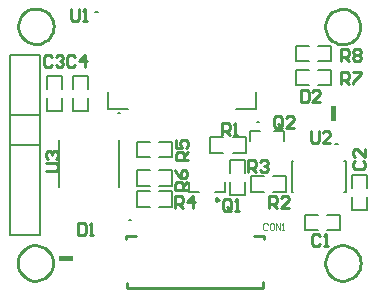
<source format=gto>
G04*
G04 #@! TF.GenerationSoftware,Altium Limited,Altium Designer,21.7.2 (23)*
G04*
G04 Layer_Color=65535*
%FSLAX25Y25*%
%MOIN*%
G70*
G04*
G04 #@! TF.SameCoordinates,468C8543-70E2-46C5-B46D-702049A88486*
G04*
G04*
G04 #@! TF.FilePolarity,Positive*
G04*
G01*
G75*
%ADD10C,0.00787*%
%ADD11C,0.01000*%
%ADD12C,0.00984*%
%ADD13C,0.00500*%
%ADD14C,0.00394*%
G36*
X22291Y12996D02*
Y11323D01*
X17370D01*
Y12996D01*
X22291D01*
D02*
G37*
G36*
X108264Y63039D02*
X109937D01*
Y58118D01*
X108264D01*
Y63039D01*
D02*
G37*
G54D10*
X110354Y50449D02*
X109567D01*
X110354D01*
X37772Y60795D02*
X36984D01*
X37772D01*
X30406Y94362D02*
X29618D01*
X30406D01*
X84201Y57732D02*
X83413D01*
X84201D01*
X41476Y24902D02*
X40689D01*
X41476D01*
X81394Y34461D02*
Y39579D01*
X88874D02*
X93205D01*
X88874Y34461D02*
X93205D01*
Y39579D01*
X81394Y34461D02*
X85724D01*
X81394Y39579D02*
X85724D01*
X67894Y52484D02*
X72224D01*
X67894Y47366D02*
X72224D01*
X79705D02*
Y52484D01*
X75374Y47366D02*
X79705D01*
X75374Y52484D02*
X79705D01*
X67894Y47366D02*
Y52484D01*
X21996Y61264D02*
Y65595D01*
X27114Y61264D02*
Y65595D01*
X21996Y73075D02*
X27114D01*
Y68744D02*
Y73075D01*
X21996Y68744D02*
Y73075D01*
Y61264D02*
X27114D01*
X114996Y28264D02*
Y32594D01*
X120114Y28264D02*
Y32594D01*
X114996Y40075D02*
X120114D01*
Y35744D02*
Y40075D01*
X114996Y35744D02*
Y40075D01*
Y28264D02*
X120114D01*
X13496Y61264D02*
Y65595D01*
X18614Y61264D02*
Y65595D01*
X13496Y73075D02*
X18614D01*
Y68744D02*
Y73075D01*
X13496Y68744D02*
Y73075D01*
Y61264D02*
X18614D01*
X103886Y77866D02*
X108217D01*
X103886Y82984D02*
X108217D01*
X96406Y77866D02*
Y82984D01*
X100736D01*
X96406Y77866D02*
X100736D01*
X108217D02*
Y82984D01*
X96394Y74984D02*
X100724D01*
X96394Y69866D02*
X100724D01*
X108205D02*
Y74984D01*
X103874Y69866D02*
X108205D01*
X103874Y74984D02*
X108205D01*
X96394Y69866D02*
Y74984D01*
X50886Y36366D02*
X55216D01*
X50886Y41484D02*
X55216D01*
X43406Y36366D02*
Y41484D01*
X47736D01*
X43406Y36366D02*
X47736D01*
X55216D02*
Y41484D01*
X50886Y29366D02*
X55216D01*
X50886Y34484D02*
X55216D01*
X43406Y29366D02*
Y34484D01*
X47736D01*
X43406Y29366D02*
X47736D01*
X55216D02*
Y34484D01*
X50886Y45866D02*
X55216D01*
X50886Y50984D02*
X55216D01*
X43406Y45866D02*
Y50984D01*
X47736D01*
X43406Y45866D02*
X47736D01*
X55216D02*
Y50984D01*
X74496Y45087D02*
X79614D01*
Y33276D02*
Y37606D01*
X74496Y33276D02*
Y37606D01*
Y33276D02*
X79614D01*
X74496Y40756D02*
Y45087D01*
X79614Y40756D02*
Y45087D01*
X99410Y21555D02*
Y26673D01*
X106890D02*
X111221D01*
X106890Y21555D02*
X111221D01*
Y26673D01*
X99410Y21555D02*
X103740D01*
X99410Y26673D02*
X103740D01*
X1201Y80098D02*
X11201D01*
X1201Y50098D02*
X11201D01*
X1201D02*
Y79823D01*
X11201Y50098D02*
Y80020D01*
X1201Y20098D02*
X11201D01*
X1201D02*
Y60098D01*
X11201Y20098D02*
Y60098D01*
X1201D02*
X11201D01*
X60917Y34327D02*
X64067D01*
X60917D02*
Y37476D01*
X69579Y34327D02*
X72728D01*
Y37476D01*
G54D11*
X117961Y89425D02*
X117876Y90423D01*
X117623Y91393D01*
X117211Y92305D01*
X116650Y93135D01*
X115957Y93858D01*
X115151Y94454D01*
X114257Y94905D01*
X113299Y95198D01*
X112306Y95325D01*
X111305Y95283D01*
X110326Y95072D01*
X109397Y94698D01*
X108544Y94173D01*
X107792Y93511D01*
X107162Y92732D01*
X106674Y91858D01*
X106340Y90913D01*
X106171Y89926D01*
Y88924D01*
X106340Y87937D01*
X106674Y86993D01*
X107162Y86118D01*
X107792Y85339D01*
X108544Y84677D01*
X109397Y84152D01*
X110326Y83779D01*
X111305Y83568D01*
X112306Y83525D01*
X113299Y83652D01*
X114257Y83946D01*
X115151Y84396D01*
X115957Y84992D01*
X116650Y85715D01*
X117211Y86545D01*
X117623Y87458D01*
X117876Y88427D01*
X117961Y89425D01*
X118014Y10632D02*
X117929Y11630D01*
X117676Y12599D01*
X117264Y13512D01*
X116703Y14342D01*
X116010Y15065D01*
X115204Y15661D01*
X114310Y16112D01*
X113352Y16405D01*
X112359Y16532D01*
X111358Y16490D01*
X110379Y16279D01*
X109449Y15905D01*
X108597Y15380D01*
X107845Y14718D01*
X107215Y13939D01*
X106727Y13065D01*
X106393Y12120D01*
X106224Y11133D01*
Y10131D01*
X106393Y9144D01*
X106727Y8200D01*
X107215Y7325D01*
X107845Y6546D01*
X108597Y5884D01*
X109449Y5359D01*
X110379Y4985D01*
X111358Y4774D01*
X112359Y4732D01*
X113352Y4859D01*
X114310Y5152D01*
X115204Y5603D01*
X116010Y6199D01*
X116703Y6922D01*
X117264Y7752D01*
X117676Y8665D01*
X117929Y9634D01*
X118014Y10632D01*
X15553D02*
X15468Y11630D01*
X15216Y12599D01*
X14803Y13512D01*
X14242Y14342D01*
X13549Y15065D01*
X12744Y15661D01*
X11849Y16112D01*
X10892Y16405D01*
X9898Y16532D01*
X8897Y16490D01*
X7918Y16279D01*
X6989Y15905D01*
X6136Y15380D01*
X5384Y14718D01*
X4755Y13939D01*
X4266Y13065D01*
X3932Y12120D01*
X3763Y11133D01*
Y10131D01*
X3932Y9144D01*
X4266Y8200D01*
X4755Y7325D01*
X5384Y6546D01*
X6136Y5884D01*
X6989Y5359D01*
X7918Y4985D01*
X8897Y4774D01*
X9898Y4732D01*
X10892Y4859D01*
X11849Y5152D01*
X12744Y5603D01*
X13549Y6199D01*
X14242Y6922D01*
X14803Y7752D01*
X15216Y8665D01*
X15468Y9634D01*
X15553Y10632D01*
X15651Y89569D02*
X15566Y90567D01*
X15314Y91536D01*
X14901Y92449D01*
X14341Y93279D01*
X13647Y94002D01*
X12842Y94598D01*
X11948Y95049D01*
X10990Y95342D01*
X9996Y95469D01*
X8996Y95427D01*
X8017Y95216D01*
X7087Y94842D01*
X6234Y94317D01*
X5482Y93655D01*
X4853Y92876D01*
X4365Y92001D01*
X4031Y91057D01*
X3862Y90070D01*
Y89068D01*
X4031Y88081D01*
X4365Y87137D01*
X4853Y86262D01*
X5482Y85483D01*
X6234Y84821D01*
X7087Y84296D01*
X8017Y83922D01*
X8996Y83711D01*
X9996Y83669D01*
X10990Y83796D01*
X11948Y84089D01*
X12842Y84540D01*
X13647Y85136D01*
X14341Y85859D01*
X14901Y86689D01*
X15314Y87602D01*
X15566Y88571D01*
X15651Y89569D01*
X39862Y19488D02*
X43209D01*
X40059Y2165D02*
Y4134D01*
X39862Y18602D02*
Y19488D01*
X82382D02*
X85827D01*
Y18602D02*
Y19488D01*
X40059Y2165D02*
X85532D01*
Y4429D01*
X101378Y54625D02*
Y51345D01*
X102034Y50689D01*
X103346D01*
X104002Y51345D01*
Y54625D01*
X107938Y50689D02*
X105314D01*
X107938Y53313D01*
Y53969D01*
X107282Y54625D01*
X105970D01*
X105314Y53969D01*
X13056Y41386D02*
X16336D01*
X16992Y42042D01*
Y43354D01*
X16336Y44010D01*
X13056D01*
X13712Y45322D02*
X13056Y45978D01*
Y47289D01*
X13712Y47945D01*
X14368D01*
X15024Y47289D01*
Y46633D01*
Y47289D01*
X15680Y47945D01*
X16336D01*
X16992Y47289D01*
Y45978D01*
X16336Y45322D01*
X116275Y44549D02*
X115619Y43893D01*
Y42581D01*
X116275Y41925D01*
X118899D01*
X119555Y42581D01*
Y43893D01*
X118899Y44549D01*
X119555Y48485D02*
Y45861D01*
X116931Y48485D01*
X116275D01*
X115619Y47829D01*
Y46517D01*
X116275Y45861D01*
X15025Y79362D02*
X14369Y80018D01*
X13058D01*
X12402Y79362D01*
Y76739D01*
X13058Y76083D01*
X14369D01*
X15025Y76739D01*
X16337Y79362D02*
X16993Y80018D01*
X18305D01*
X18961Y79362D01*
Y78707D01*
X18305Y78051D01*
X17649D01*
X18305D01*
X18961Y77395D01*
Y76739D01*
X18305Y76083D01*
X16993D01*
X16337Y76739D01*
X22899Y79362D02*
X22243Y80018D01*
X20932D01*
X20276Y79362D01*
Y76739D01*
X20932Y76083D01*
X22243D01*
X22899Y76739D01*
X26179Y76083D02*
Y80018D01*
X24211Y78051D01*
X26835D01*
X111555Y70425D02*
Y74361D01*
X113523D01*
X114179Y73705D01*
Y72393D01*
X113523Y71737D01*
X111555D01*
X112867D02*
X114179Y70425D01*
X115491Y74361D02*
X118115D01*
Y73705D01*
X115491Y71081D01*
Y70425D01*
X111555Y77925D02*
Y81861D01*
X113523D01*
X114179Y81205D01*
Y79893D01*
X113523Y79237D01*
X111555D01*
X112867D02*
X114179Y77925D01*
X115491Y81205D02*
X116147Y81861D01*
X117459D01*
X118115Y81205D01*
Y80549D01*
X117459Y79893D01*
X118115Y79237D01*
Y78581D01*
X117459Y77925D01*
X116147D01*
X115491Y78581D01*
Y79237D01*
X116147Y79893D01*
X115491Y80549D01*
Y81205D01*
X116147Y79893D02*
X117459D01*
X71716Y53295D02*
Y57231D01*
X73684D01*
X74340Y56575D01*
Y55263D01*
X73684Y54607D01*
X71716D01*
X73028D02*
X74340Y53295D01*
X75652D02*
X76964D01*
X76308D01*
Y57231D01*
X75652Y56575D01*
X56201Y29134D02*
Y33070D01*
X58169D01*
X58825Y32414D01*
Y31102D01*
X58169Y30446D01*
X56201D01*
X57513D02*
X58825Y29134D01*
X62104D02*
Y33070D01*
X60136Y31102D01*
X62760D01*
X60055Y34925D02*
X56119D01*
Y36893D01*
X56775Y37549D01*
X58087D01*
X58743Y36893D01*
Y34925D01*
Y36237D02*
X60055Y37549D01*
X56119Y41485D02*
X56775Y40173D01*
X58087Y38861D01*
X59399D01*
X60055Y39517D01*
Y40829D01*
X59399Y41485D01*
X58743D01*
X58087Y40829D01*
Y38861D01*
X60555Y44925D02*
X56619D01*
Y46893D01*
X57275Y47549D01*
X58587D01*
X59243Y46893D01*
Y44925D01*
Y46237D02*
X60555Y47549D01*
X56619Y51485D02*
Y48861D01*
X58587D01*
X57931Y50173D01*
Y50829D01*
X58587Y51485D01*
X59899D01*
X60555Y50829D01*
Y49517D01*
X59899Y48861D01*
X21555Y95361D02*
Y92081D01*
X22211Y91425D01*
X23523D01*
X24179Y92081D01*
Y95361D01*
X25491Y91425D02*
X26803D01*
X26147D01*
Y95361D01*
X25491Y94705D01*
X87500Y28928D02*
Y32864D01*
X89468D01*
X90124Y32208D01*
Y30896D01*
X89468Y30240D01*
X87500D01*
X88812D02*
X90124Y28928D01*
X94060D02*
X91436D01*
X94060Y31552D01*
Y32208D01*
X93404Y32864D01*
X92092D01*
X91436Y32208D01*
X91762Y56215D02*
Y58839D01*
X91106Y59495D01*
X89794D01*
X89138Y58839D01*
Y56215D01*
X89794Y55559D01*
X91106D01*
X90450Y56871D02*
X91762Y55559D01*
X91106D02*
X91762Y56215D01*
X95697Y55559D02*
X93073D01*
X95697Y58183D01*
Y58839D01*
X95041Y59495D01*
X93730D01*
X93073Y58839D01*
X80610Y40945D02*
Y44881D01*
X82578D01*
X83234Y44225D01*
Y42913D01*
X82578Y42257D01*
X80610D01*
X81922D02*
X83234Y40945D01*
X84546Y44225D02*
X85202Y44881D01*
X86514D01*
X87170Y44225D01*
Y43569D01*
X86514Y42913D01*
X85858D01*
X86514D01*
X87170Y42257D01*
Y41601D01*
X86514Y40945D01*
X85202D01*
X84546Y41601D01*
X104494Y19520D02*
X103838Y20176D01*
X102526D01*
X101870Y19520D01*
Y16896D01*
X102526Y16240D01*
X103838D01*
X104494Y16896D01*
X105806Y16240D02*
X107118D01*
X106462D01*
Y20176D01*
X105806Y19520D01*
X98032Y68306D02*
Y64370D01*
X99999D01*
X100655Y65026D01*
Y67650D01*
X99999Y68306D01*
X98032D01*
X104591Y64370D02*
X101967D01*
X104591Y66994D01*
Y67650D01*
X103935Y68306D01*
X102623D01*
X101967Y67650D01*
X74797Y28632D02*
Y31256D01*
X74141Y31912D01*
X72829D01*
X72173Y31256D01*
Y28632D01*
X72829Y27976D01*
X74141D01*
X73485Y29288D02*
X74797Y27976D01*
X74141D02*
X74797Y28632D01*
X76109Y27976D02*
X77421D01*
X76765D01*
Y31912D01*
X76109Y31256D01*
X23720Y23818D02*
Y19882D01*
X25688D01*
X26344Y20538D01*
Y23162D01*
X25688Y23818D01*
X23720D01*
X27656Y19882D02*
X28968D01*
X28312D01*
Y23818D01*
X27656Y23162D01*
G54D12*
X70661Y31768D02*
X69923Y32194D01*
Y31341D01*
X70661Y31768D01*
G54D13*
X112535Y34307D02*
X113110D01*
Y44543D01*
X112535D02*
X113110D01*
X95000D02*
X95575D01*
X95000Y34307D02*
Y44543D01*
Y34307D02*
X95575D01*
X37476Y36051D02*
Y51799D01*
X17634Y36051D02*
Y51799D01*
X33949Y61882D02*
Y67512D01*
Y61882D02*
X40563D01*
X76547D02*
X83161D01*
Y67512D01*
X81091Y51295D02*
Y54661D01*
X92508Y51295D02*
Y54661D01*
X89260D02*
X92508D01*
X81091D02*
X84339D01*
X39665Y19783D02*
X42520D01*
X83071D02*
X85925D01*
G54D14*
X87005Y23471D02*
X86661Y23814D01*
X85974D01*
X85630Y23471D01*
Y22096D01*
X85974Y21752D01*
X86661D01*
X87005Y22096D01*
X88723Y23814D02*
X88036D01*
X87692Y23471D01*
Y22096D01*
X88036Y21752D01*
X88723D01*
X89067Y22096D01*
Y23471D01*
X88723Y23814D01*
X89755Y21752D02*
Y23814D01*
X91129Y21752D01*
Y23814D01*
X91817Y21752D02*
X92504D01*
X92161D01*
Y23814D01*
X91817Y23471D01*
M02*

</source>
